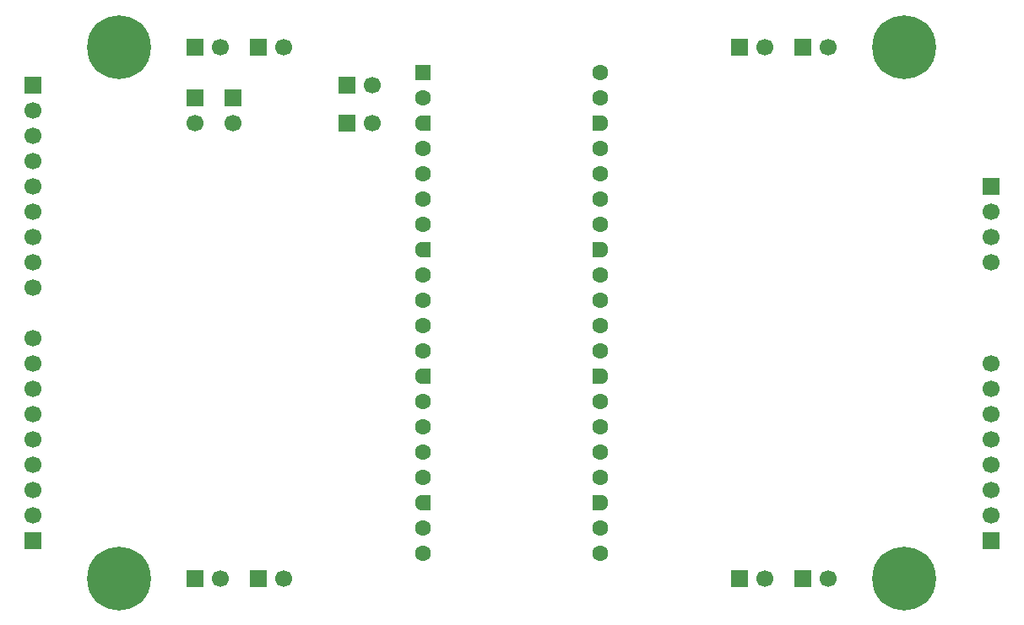
<source format=gbr>
%TF.GenerationSoftware,KiCad,Pcbnew,9.0.6*%
%TF.CreationDate,2026-01-19T19:45:04-05:00*%
%TF.ProjectId,ClearLogicAnalyzer,436c6561-724c-46f6-9769-63416e616c79,1*%
%TF.SameCoordinates,Original*%
%TF.FileFunction,Soldermask,Bot*%
%TF.FilePolarity,Negative*%
%FSLAX46Y46*%
G04 Gerber Fmt 4.6, Leading zero omitted, Abs format (unit mm)*
G04 Created by KiCad (PCBNEW 9.0.6) date 2026-01-19 19:45:04*
%MOMM*%
%LPD*%
G01*
G04 APERTURE LIST*
G04 Aperture macros list*
%AMRoundRect*
0 Rectangle with rounded corners*
0 $1 Rounding radius*
0 $2 $3 $4 $5 $6 $7 $8 $9 X,Y pos of 4 corners*
0 Add a 4 corners polygon primitive as box body*
4,1,4,$2,$3,$4,$5,$6,$7,$8,$9,$2,$3,0*
0 Add four circle primitives for the rounded corners*
1,1,$1+$1,$2,$3*
1,1,$1+$1,$4,$5*
1,1,$1+$1,$6,$7*
1,1,$1+$1,$8,$9*
0 Add four rect primitives between the rounded corners*
20,1,$1+$1,$2,$3,$4,$5,0*
20,1,$1+$1,$4,$5,$6,$7,0*
20,1,$1+$1,$6,$7,$8,$9,0*
20,1,$1+$1,$8,$9,$2,$3,0*%
%AMFreePoly0*
4,1,37,0.603843,0.796157,0.639018,0.796157,0.711114,0.766294,0.766294,0.711114,0.796157,0.639018,0.796157,0.603843,0.800000,0.600000,0.800000,-0.600000,0.796157,-0.603843,0.796157,-0.639018,0.766294,-0.711114,0.711114,-0.766294,0.639018,-0.796157,0.603843,-0.796157,0.600000,-0.800000,0.000000,-0.800000,0.000000,-0.796148,-0.078414,-0.796148,-0.232228,-0.765552,-0.377117,-0.705537,
-0.507515,-0.618408,-0.618408,-0.507515,-0.705537,-0.377117,-0.765552,-0.232228,-0.796148,-0.078414,-0.796148,0.078414,-0.765552,0.232228,-0.705537,0.377117,-0.618408,0.507515,-0.507515,0.618408,-0.377117,0.705537,-0.232228,0.765552,-0.078414,0.796148,0.000000,0.796148,0.000000,0.800000,0.600000,0.800000,0.603843,0.796157,0.603843,0.796157,$1*%
%AMFreePoly1*
4,1,37,0.000000,0.796148,0.078414,0.796148,0.232228,0.765552,0.377117,0.705537,0.507515,0.618408,0.618408,0.507515,0.705537,0.377117,0.765552,0.232228,0.796148,0.078414,0.796148,-0.078414,0.765552,-0.232228,0.705537,-0.377117,0.618408,-0.507515,0.507515,-0.618408,0.377117,-0.705537,0.232228,-0.765552,0.078414,-0.796148,0.000000,-0.796148,0.000000,-0.800000,-0.600000,-0.800000,
-0.603843,-0.796157,-0.639018,-0.796157,-0.711114,-0.766294,-0.766294,-0.711114,-0.796157,-0.639018,-0.796157,-0.603843,-0.800000,-0.600000,-0.800000,0.600000,-0.796157,0.603843,-0.796157,0.639018,-0.766294,0.711114,-0.711114,0.766294,-0.639018,0.796157,-0.603843,0.796157,-0.600000,0.800000,0.000000,0.800000,0.000000,0.796148,0.000000,0.796148,$1*%
G04 Aperture macros list end*
%ADD10R,1.700000X1.700000*%
%ADD11C,1.700000*%
%ADD12RoundRect,0.200000X-0.600000X-0.600000X0.600000X-0.600000X0.600000X0.600000X-0.600000X0.600000X0*%
%ADD13C,1.600000*%
%ADD14FreePoly0,0.000000*%
%ADD15FreePoly1,0.000000*%
%ADD16C,0.800000*%
%ADD17C,6.400000*%
G04 APERTURE END LIST*
D10*
%TO.C,J1*%
X80264000Y-67310000D03*
D11*
X80264000Y-69850000D03*
X80264000Y-72390000D03*
X80264000Y-74930000D03*
X80264000Y-77470000D03*
X80264000Y-80010000D03*
X80264000Y-82550000D03*
X80264000Y-85090000D03*
X80264000Y-87630000D03*
%TD*%
D10*
%TO.C,J7*%
X157480000Y-63500000D03*
D11*
X160020000Y-63500000D03*
%TD*%
D10*
%TO.C,J4*%
X176377600Y-113030000D03*
D11*
X176377600Y-110490000D03*
X176377600Y-107950001D03*
X176377600Y-105410000D03*
X176377600Y-102870000D03*
X176377600Y-100330000D03*
X176377600Y-97790000D03*
X176377600Y-95249999D03*
%TD*%
D10*
%TO.C,J16*%
X151130000Y-116840000D03*
D11*
X153670000Y-116840000D03*
%TD*%
D10*
%TO.C,J9*%
X151130000Y-63500000D03*
D11*
X153670000Y-63500000D03*
%TD*%
D10*
%TO.C,J2*%
X80264000Y-113030000D03*
D11*
X80264000Y-110490000D03*
X80264000Y-107950001D03*
X80264000Y-105410000D03*
X80264000Y-102870000D03*
X80264000Y-100330000D03*
X80264000Y-97790000D03*
X80264000Y-95249999D03*
X80264000Y-92710000D03*
%TD*%
D10*
%TO.C,J13*%
X100330000Y-68580000D03*
D11*
X100330000Y-71120000D03*
%TD*%
D12*
%TO.C,A1*%
X119380000Y-66040000D03*
D13*
X119380000Y-68580000D03*
D14*
X119380000Y-71120000D03*
D13*
X119380000Y-73660000D03*
X119380000Y-76200000D03*
X119380000Y-78740000D03*
X119380000Y-81280000D03*
D14*
X119380000Y-83820000D03*
D13*
X119380000Y-86360000D03*
X119380000Y-88900000D03*
X119380000Y-91440000D03*
X119380000Y-93980000D03*
D14*
X119380000Y-96520000D03*
D13*
X119380000Y-99060000D03*
X119380000Y-101600000D03*
X119380000Y-104140000D03*
X119380000Y-106680000D03*
D14*
X119380000Y-109220000D03*
D13*
X119380000Y-111760000D03*
X119380000Y-114300000D03*
X137160000Y-114300000D03*
X137160000Y-111760000D03*
D15*
X137160000Y-109220000D03*
D13*
X137160000Y-106680000D03*
X137160000Y-104140000D03*
X137160000Y-101600000D03*
X137160000Y-99060000D03*
D15*
X137160000Y-96520000D03*
D13*
X137160000Y-93980000D03*
X137160000Y-91440000D03*
X137160000Y-88900000D03*
X137160000Y-86360000D03*
D15*
X137160000Y-83820000D03*
D13*
X137160000Y-81280000D03*
X137160000Y-78740000D03*
X137160000Y-76200000D03*
X137160000Y-73660000D03*
D15*
X137160000Y-71120000D03*
D13*
X137160000Y-68580000D03*
X137160000Y-66040000D03*
%TD*%
D10*
%TO.C,J8*%
X157480000Y-116840000D03*
D11*
X160020000Y-116840000D03*
%TD*%
D10*
%TO.C,J3*%
X176377600Y-77470000D03*
D11*
X176377600Y-80010000D03*
X176377600Y-82550000D03*
X176377600Y-85090000D03*
%TD*%
D16*
%TO.C,H4*%
X165240000Y-116840000D03*
X165942944Y-115142944D03*
X165942944Y-118537056D03*
X167640000Y-114440000D03*
D17*
X167640000Y-116840000D03*
D16*
X167640000Y-119240000D03*
X169337056Y-115142944D03*
X169337056Y-118537056D03*
X170040000Y-116840000D03*
%TD*%
D10*
%TO.C,J10*%
X111760000Y-67310000D03*
D11*
X114300000Y-67310000D03*
%TD*%
D10*
%TO.C,J15*%
X102870000Y-116840000D03*
D11*
X105410000Y-116840000D03*
%TD*%
D10*
%TO.C,J6*%
X96520000Y-116840000D03*
D11*
X99060000Y-116840000D03*
%TD*%
D10*
%TO.C,J5*%
X96520000Y-63500000D03*
D11*
X99060000Y-63500000D03*
%TD*%
D10*
%TO.C,J14*%
X102870000Y-63500000D03*
D11*
X105410000Y-63500000D03*
%TD*%
D16*
%TO.C,H3*%
X86500000Y-116840000D03*
X87202944Y-115142944D03*
X87202944Y-118537056D03*
X88900000Y-114440000D03*
D17*
X88900000Y-116840000D03*
D16*
X88900000Y-119240000D03*
X90597056Y-115142944D03*
X90597056Y-118537056D03*
X91300000Y-116840000D03*
%TD*%
D10*
%TO.C,J12*%
X96520000Y-68580000D03*
D11*
X96520000Y-71120000D03*
%TD*%
D16*
%TO.C,H1*%
X86500000Y-63500000D03*
X87202944Y-61802944D03*
X87202944Y-65197056D03*
X88900000Y-61100000D03*
D17*
X88900000Y-63500000D03*
D16*
X88900000Y-65900000D03*
X90597056Y-61802944D03*
X90597056Y-65197056D03*
X91300000Y-63500000D03*
%TD*%
D10*
%TO.C,J11*%
X111760000Y-71120000D03*
D11*
X114300000Y-71120000D03*
%TD*%
D16*
%TO.C,H2*%
X165240000Y-63500000D03*
X165942944Y-61802944D03*
X165942944Y-65197056D03*
X167640000Y-61100000D03*
D17*
X167640000Y-63500000D03*
D16*
X167640000Y-65900000D03*
X169337056Y-61802944D03*
X169337056Y-65197056D03*
X170040000Y-63500000D03*
%TD*%
M02*

</source>
